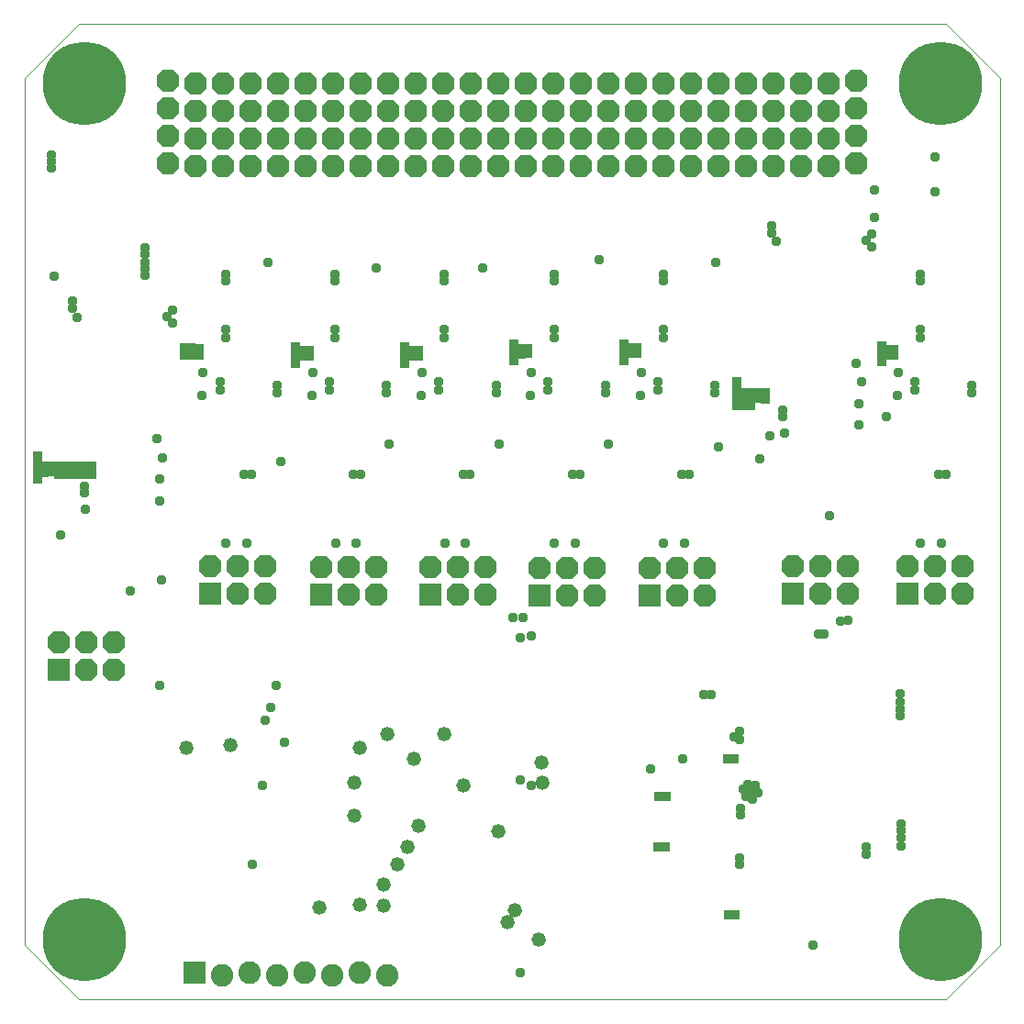
<source format=gbs>
G75*
%MOIN*%
%OFA0B0*%
%FSLAX25Y25*%
%IPPOS*%
%LPD*%
%AMOC8*
5,1,8,0,0,1.08239X$1,22.5*
%
%ADD10C,0.05200*%
%ADD11R,0.08200X0.08200*%
%ADD12C,0.08200*%
%ADD13OC8,0.08200*%
%ADD14C,0.00000*%
%ADD15C,0.30328*%
%ADD16C,0.03778*%
%ADD17R,0.03778X0.03778*%
D10*
X0062181Y0100562D03*
X0077929Y0101546D03*
X0125173Y0100562D03*
X0135016Y0105483D03*
X0144858Y0096625D03*
X0155685Y0105483D03*
X0162575Y0086783D03*
X0175370Y0070050D03*
X0191217Y0087669D03*
X0191118Y0095149D03*
X0146227Y0072019D03*
X0142313Y0064537D03*
X0138692Y0058289D03*
X0133677Y0050769D03*
X0133677Y0043269D03*
X0125173Y0043476D03*
X0110409Y0042491D03*
X0123205Y0075956D03*
X0123205Y0087767D03*
X0178815Y0037078D03*
X0181276Y0041507D03*
X0190134Y0030680D03*
D11*
X0190488Y0155956D03*
X0230252Y0155956D03*
X0282220Y0156350D03*
X0323953Y0156350D03*
X0150724Y0156153D03*
X0110961Y0156153D03*
X0070803Y0156350D03*
X0015685Y0128791D03*
X0064976Y0018700D03*
D12*
X0074976Y0017700D03*
X0084976Y0018700D03*
X0094976Y0017700D03*
X0104976Y0018700D03*
X0114976Y0017700D03*
X0124976Y0018700D03*
X0134976Y0017700D03*
D13*
X0035685Y0128791D03*
X0035685Y0138791D03*
X0025685Y0138791D03*
X0025685Y0128791D03*
X0015685Y0138791D03*
X0070803Y0166350D03*
X0080803Y0166350D03*
X0090803Y0166350D03*
X0090803Y0156350D03*
X0080803Y0156350D03*
X0110961Y0166153D03*
X0120961Y0166153D03*
X0130961Y0166153D03*
X0130961Y0156153D03*
X0120961Y0156153D03*
X0150724Y0166153D03*
X0160724Y0166153D03*
X0160724Y0156153D03*
X0170724Y0156153D03*
X0170724Y0166153D03*
X0190488Y0165956D03*
X0200488Y0165956D03*
X0200488Y0155956D03*
X0210488Y0155956D03*
X0210488Y0165956D03*
X0230252Y0165956D03*
X0240252Y0165956D03*
X0250252Y0165956D03*
X0250252Y0155956D03*
X0240252Y0155956D03*
X0282220Y0166350D03*
X0292220Y0166350D03*
X0292220Y0156350D03*
X0302220Y0156350D03*
X0302220Y0166350D03*
X0323953Y0166350D03*
X0333953Y0166350D03*
X0343953Y0166350D03*
X0343953Y0156350D03*
X0333953Y0156350D03*
X0305409Y0312665D03*
X0305409Y0322665D03*
X0305409Y0332665D03*
X0305409Y0342665D03*
X0295409Y0341665D03*
X0285409Y0341665D03*
X0275409Y0341665D03*
X0265409Y0341665D03*
X0255409Y0341665D03*
X0245409Y0341665D03*
X0235409Y0341665D03*
X0225409Y0341665D03*
X0215409Y0341665D03*
X0205409Y0341665D03*
X0195409Y0341665D03*
X0185409Y0341665D03*
X0175409Y0341665D03*
X0165409Y0341665D03*
X0155409Y0341665D03*
X0145409Y0341665D03*
X0135409Y0341665D03*
X0125409Y0341665D03*
X0115409Y0341665D03*
X0105409Y0341665D03*
X0095409Y0341665D03*
X0085409Y0341665D03*
X0075409Y0341665D03*
X0065409Y0341665D03*
X0065409Y0331665D03*
X0065409Y0321665D03*
X0065409Y0311665D03*
X0075409Y0311665D03*
X0085409Y0311665D03*
X0085409Y0321665D03*
X0075409Y0321665D03*
X0075409Y0331665D03*
X0085409Y0331665D03*
X0095409Y0331665D03*
X0095409Y0321665D03*
X0095409Y0311665D03*
X0105409Y0311665D03*
X0105409Y0321665D03*
X0105409Y0331665D03*
X0115409Y0331665D03*
X0115409Y0321665D03*
X0125409Y0321665D03*
X0125409Y0331665D03*
X0135409Y0331665D03*
X0135409Y0321665D03*
X0135409Y0311665D03*
X0125409Y0311665D03*
X0115409Y0311665D03*
X0145409Y0311665D03*
X0145409Y0321665D03*
X0145409Y0331665D03*
X0155409Y0331665D03*
X0155409Y0321665D03*
X0155409Y0311665D03*
X0165409Y0311665D03*
X0175409Y0311665D03*
X0175409Y0321665D03*
X0165409Y0321665D03*
X0165409Y0331665D03*
X0175409Y0331665D03*
X0185409Y0331665D03*
X0185409Y0321665D03*
X0185409Y0311665D03*
X0195409Y0311665D03*
X0195409Y0321665D03*
X0195409Y0331665D03*
X0205409Y0331665D03*
X0205409Y0321665D03*
X0205409Y0311665D03*
X0215409Y0311665D03*
X0225409Y0311665D03*
X0225409Y0321665D03*
X0215409Y0321665D03*
X0215409Y0331665D03*
X0225409Y0331665D03*
X0235409Y0331665D03*
X0235409Y0321665D03*
X0235409Y0311665D03*
X0245409Y0311665D03*
X0245409Y0321665D03*
X0245409Y0331665D03*
X0255409Y0331665D03*
X0255409Y0321665D03*
X0265409Y0321665D03*
X0265409Y0331665D03*
X0275409Y0331665D03*
X0275409Y0321665D03*
X0275409Y0311665D03*
X0265409Y0311665D03*
X0255409Y0311665D03*
X0285409Y0311665D03*
X0285409Y0321665D03*
X0285409Y0331665D03*
X0295409Y0331665D03*
X0295409Y0321665D03*
X0295409Y0311665D03*
X0055409Y0312665D03*
X0055409Y0322665D03*
X0055409Y0332665D03*
X0055409Y0342665D03*
D14*
X0022929Y0008987D02*
X0337890Y0008987D01*
X0357575Y0028672D01*
X0357575Y0343633D01*
X0337890Y0363318D01*
X0022929Y0363318D01*
X0003244Y0343633D01*
X0003244Y0028672D01*
X0022929Y0008987D01*
D15*
X0024898Y0030641D03*
X0024898Y0341665D03*
X0335921Y0341665D03*
X0335921Y0030641D03*
D16*
X0309059Y0061846D03*
X0309059Y0064346D03*
X0321748Y0064893D03*
X0321748Y0067649D03*
X0321748Y0070405D03*
X0321748Y0072767D03*
X0321354Y0112137D03*
X0321354Y0114499D03*
X0321354Y0117255D03*
X0321354Y0120011D03*
X0302220Y0146783D03*
X0299858Y0146389D03*
X0293598Y0141861D03*
X0291630Y0141861D03*
X0263087Y0106428D03*
X0261118Y0104460D03*
X0263087Y0103476D03*
X0252551Y0119920D03*
X0250051Y0119920D03*
X0242417Y0096586D03*
X0230606Y0092649D03*
X0264489Y0085471D03*
X0266064Y0087046D03*
X0267245Y0084684D03*
X0269607Y0084290D03*
X0268820Y0086652D03*
X0267639Y0081928D03*
X0265277Y0082912D03*
X0263500Y0078623D03*
X0263500Y0076123D03*
X0263146Y0060572D03*
X0263146Y0058072D03*
X0289661Y0028672D03*
X0187299Y0086743D03*
X0183362Y0088712D03*
X0183362Y0140492D03*
X0187299Y0141141D03*
X0184346Y0147767D03*
X0180569Y0147767D03*
X0195764Y0174735D03*
X0203244Y0174735D03*
X0202366Y0199743D03*
X0204925Y0199743D03*
X0215379Y0210916D03*
X0214374Y0229606D03*
X0214374Y0232106D03*
X0226911Y0228362D03*
X0233311Y0230562D03*
X0233311Y0233318D03*
X0227260Y0236940D03*
X0235331Y0249539D03*
X0235331Y0252294D03*
X0235331Y0270011D03*
X0235331Y0272373D03*
X0254228Y0276704D03*
X0274701Y0287531D03*
X0274701Y0290287D03*
X0276276Y0284381D03*
X0308953Y0284775D03*
X0310921Y0287137D03*
X0310921Y0282413D03*
X0311906Y0293239D03*
X0311906Y0303082D03*
X0333953Y0302294D03*
X0333953Y0315090D03*
X0328638Y0272373D03*
X0328638Y0270011D03*
X0328638Y0252294D03*
X0328638Y0249539D03*
X0320567Y0236940D03*
X0326618Y0233318D03*
X0326618Y0230562D03*
X0320218Y0228362D03*
X0316236Y0220802D03*
X0306394Y0217649D03*
X0306394Y0225523D03*
X0307378Y0233397D03*
X0305409Y0240287D03*
X0278835Y0223161D03*
X0278835Y0220798D03*
X0279403Y0214693D03*
X0273951Y0213803D03*
X0270449Y0205476D03*
X0255462Y0209775D03*
X0244689Y0199743D03*
X0242130Y0199743D03*
X0243008Y0174735D03*
X0235528Y0174735D03*
X0254138Y0229606D03*
X0254138Y0232106D03*
X0211906Y0277688D03*
X0195567Y0272373D03*
X0195567Y0270011D03*
X0195567Y0252294D03*
X0195567Y0249539D03*
X0187496Y0236940D03*
X0193547Y0233318D03*
X0193547Y0230562D03*
X0187147Y0228362D03*
X0174610Y0229606D03*
X0174610Y0232106D03*
X0155803Y0249539D03*
X0155803Y0252294D03*
X0155803Y0270011D03*
X0155803Y0272373D03*
X0169583Y0274735D03*
X0131197Y0274735D03*
X0116039Y0272373D03*
X0116039Y0270011D03*
X0116039Y0252294D03*
X0116039Y0249539D03*
X0107969Y0236940D03*
X0114020Y0233318D03*
X0114020Y0230562D03*
X0107620Y0228362D03*
X0095083Y0229606D03*
X0095083Y0232106D03*
X0076276Y0249539D03*
X0076276Y0252294D03*
X0076276Y0270011D03*
X0076276Y0272373D03*
X0091827Y0276704D03*
X0056984Y0259578D03*
X0055016Y0257216D03*
X0056984Y0254854D03*
X0047142Y0272176D03*
X0047142Y0274539D03*
X0047142Y0276901D03*
X0047142Y0279657D03*
X0047142Y0282019D03*
X0022339Y0256822D03*
X0020764Y0259972D03*
X0020764Y0262728D03*
X0014071Y0271783D03*
X0012890Y0311153D03*
X0012890Y0313515D03*
X0012890Y0315877D03*
X0068205Y0236940D03*
X0074256Y0233318D03*
X0074256Y0230562D03*
X0067856Y0228362D03*
X0051472Y0212728D03*
X0053441Y0205838D03*
X0052457Y0197964D03*
X0052457Y0190090D03*
X0025466Y0187134D03*
X0024898Y0193239D03*
X0024898Y0195602D03*
X0016512Y0177917D03*
X0041866Y0157334D03*
X0053069Y0161406D03*
X0076472Y0174735D03*
X0083953Y0174735D03*
X0083075Y0199743D03*
X0085634Y0199743D03*
X0096256Y0204361D03*
X0122839Y0199743D03*
X0125398Y0199743D03*
X0135852Y0210916D03*
X0134846Y0229606D03*
X0134846Y0232106D03*
X0147383Y0228362D03*
X0153783Y0230562D03*
X0153783Y0233318D03*
X0147732Y0236940D03*
X0175616Y0210916D03*
X0165161Y0199743D03*
X0162602Y0199743D03*
X0163480Y0174735D03*
X0156000Y0174735D03*
X0123717Y0174735D03*
X0116236Y0174735D03*
X0094780Y0123161D03*
X0092811Y0115287D03*
X0090843Y0110365D03*
X0097732Y0102491D03*
X0089858Y0086743D03*
X0085921Y0058200D03*
X0052457Y0123161D03*
X0183362Y0018830D03*
X0328835Y0174735D03*
X0336315Y0174735D03*
X0335437Y0199743D03*
X0337996Y0199743D03*
X0347445Y0229606D03*
X0347445Y0232106D03*
X0295803Y0184893D03*
D17*
X0267024Y0224932D03*
X0264661Y0224932D03*
X0264268Y0227294D03*
X0264268Y0229460D03*
X0266827Y0229460D03*
X0266827Y0227491D03*
X0269583Y0227491D03*
X0269583Y0229460D03*
X0272339Y0229460D03*
X0272339Y0227098D03*
X0261906Y0227885D03*
X0261906Y0224932D03*
X0261906Y0230838D03*
X0261906Y0233594D03*
X0225882Y0243830D03*
X0225882Y0245798D03*
X0223323Y0245798D03*
X0223323Y0243633D03*
X0220961Y0244224D03*
X0220961Y0247176D03*
X0220961Y0241271D03*
X0186118Y0243633D03*
X0186118Y0245602D03*
X0183559Y0245602D03*
X0183559Y0243436D03*
X0181197Y0244027D03*
X0181197Y0246980D03*
X0181197Y0241074D03*
X0146354Y0242846D03*
X0146354Y0244814D03*
X0143795Y0244814D03*
X0143795Y0242649D03*
X0141433Y0243239D03*
X0141433Y0240287D03*
X0141433Y0246192D03*
X0106591Y0244814D03*
X0106591Y0242846D03*
X0104031Y0242649D03*
X0104031Y0244814D03*
X0101669Y0246192D03*
X0101669Y0243239D03*
X0101669Y0240287D03*
X0066630Y0243043D03*
X0066630Y0245405D03*
X0063874Y0245798D03*
X0061512Y0245798D03*
X0061512Y0243043D03*
X0063874Y0243043D03*
X0027654Y0202688D03*
X0027654Y0199735D03*
X0024701Y0199735D03*
X0021748Y0199735D03*
X0018795Y0199735D03*
X0015843Y0199735D03*
X0015843Y0202688D03*
X0018795Y0202688D03*
X0021748Y0202688D03*
X0024701Y0202688D03*
X0012890Y0202688D03*
X0012890Y0200720D03*
X0010331Y0200523D03*
X0010331Y0202688D03*
X0007969Y0204066D03*
X0007969Y0206625D03*
X0007969Y0201113D03*
X0007969Y0198161D03*
X0233859Y0082730D03*
X0236359Y0082730D03*
X0236037Y0064466D03*
X0233537Y0064466D03*
X0259037Y0039716D03*
X0261537Y0039716D03*
X0261109Y0096480D03*
X0258609Y0096480D03*
X0314661Y0240680D03*
X0314661Y0243633D03*
X0316630Y0243043D03*
X0316630Y0245208D03*
X0314661Y0246586D03*
X0319189Y0245208D03*
X0319189Y0243239D03*
M02*

</source>
